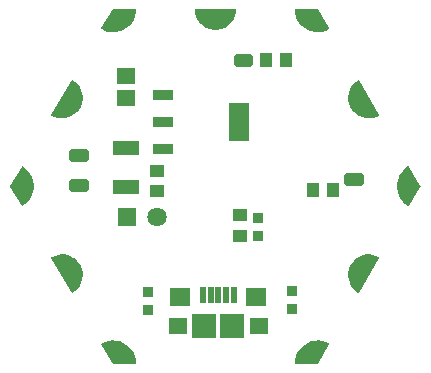
<source format=gbr>
G04 EAGLE Gerber RS-274X export*
G75*
%MOMM*%
%FSLAX34Y34*%
%LPD*%
%INSoldermask Top*%
%IPPOS*%
%AMOC8*
5,1,8,0,0,1.08239X$1,22.5*%
G01*
%ADD10R,0.901600X0.901600*%
%ADD11R,1.101600X1.201600*%
%ADD12R,1.201600X1.101600*%
%ADD13C,0.605878*%
%ADD14C,1.101600*%
%ADD15R,1.601600X1.401600*%
%ADD16R,2.301600X1.201600*%
%ADD17R,1.631600X1.631600*%
%ADD18C,1.631600*%
%ADD19R,1.701800X0.939800*%
%ADD20R,1.701800X3.200400*%
%ADD21R,0.501600X1.451600*%
%ADD22R,1.701600X1.501600*%
%ADD23R,1.551600X1.401600*%
%ADD24R,2.001600X2.001600*%

G36*
X347640Y478768D02*
X347640Y478768D01*
X347688Y478768D01*
X350457Y479230D01*
X350490Y479242D01*
X350537Y479250D01*
X353193Y480162D01*
X353223Y480179D01*
X353268Y480195D01*
X355738Y481531D01*
X355764Y481553D01*
X355807Y481576D01*
X358022Y483301D01*
X358045Y483327D01*
X358083Y483357D01*
X359985Y485422D01*
X360003Y485452D01*
X360035Y485487D01*
X361571Y487838D01*
X361584Y487870D01*
X361610Y487910D01*
X362738Y490482D01*
X362745Y490515D01*
X362765Y490560D01*
X363454Y493281D01*
X363456Y493316D01*
X363468Y493363D01*
X363700Y496161D01*
X363696Y496190D01*
X363701Y496219D01*
X363685Y496288D01*
X363676Y496358D01*
X363662Y496384D01*
X363655Y496412D01*
X363613Y496469D01*
X363578Y496531D01*
X363554Y496549D01*
X363537Y496572D01*
X363476Y496608D01*
X363419Y496651D01*
X363391Y496659D01*
X363366Y496674D01*
X363268Y496690D01*
X363227Y496701D01*
X363216Y496699D01*
X363202Y496701D01*
X329202Y496701D01*
X329173Y496695D01*
X329144Y496698D01*
X329077Y496676D01*
X329007Y496662D01*
X328983Y496645D01*
X328955Y496636D01*
X328902Y496589D01*
X328843Y496549D01*
X328828Y496525D01*
X328806Y496505D01*
X328774Y496441D01*
X328736Y496382D01*
X328731Y496353D01*
X328719Y496327D01*
X328710Y496227D01*
X328703Y496185D01*
X328706Y496175D01*
X328704Y496161D01*
X328936Y493363D01*
X328946Y493329D01*
X328950Y493281D01*
X329639Y490560D01*
X329654Y490528D01*
X329666Y490482D01*
X330794Y487910D01*
X330814Y487882D01*
X330833Y487838D01*
X332369Y485487D01*
X332393Y485463D01*
X332419Y485422D01*
X334321Y483357D01*
X334349Y483336D01*
X334382Y483301D01*
X336597Y481576D01*
X336628Y481561D01*
X336666Y481531D01*
X339136Y480195D01*
X339169Y480185D01*
X339211Y480162D01*
X341867Y479250D01*
X341901Y479246D01*
X341947Y479230D01*
X344716Y478768D01*
X344751Y478769D01*
X344798Y478761D01*
X347606Y478761D01*
X347640Y478768D01*
G37*
G36*
X224809Y256012D02*
X224809Y256012D01*
X224880Y256009D01*
X224907Y256019D01*
X224936Y256021D01*
X225026Y256063D01*
X225066Y256078D01*
X225074Y256086D01*
X225087Y256092D01*
X227390Y257691D01*
X227414Y257717D01*
X227454Y257744D01*
X229463Y259701D01*
X229482Y259730D01*
X229517Y259763D01*
X231176Y262024D01*
X231191Y262055D01*
X231220Y262094D01*
X232484Y264597D01*
X232493Y264631D01*
X232515Y264674D01*
X233351Y267351D01*
X233354Y267385D01*
X233369Y267431D01*
X233752Y270210D01*
X233750Y270244D01*
X233756Y270292D01*
X233677Y273095D01*
X233669Y273129D01*
X233668Y273177D01*
X233129Y275929D01*
X233115Y275961D01*
X233106Y276009D01*
X232121Y278634D01*
X232106Y278659D01*
X232101Y278679D01*
X232093Y278690D01*
X232086Y278709D01*
X230682Y281137D01*
X230659Y281163D01*
X230635Y281205D01*
X228851Y283368D01*
X228824Y283390D01*
X228793Y283427D01*
X226677Y285268D01*
X226647Y285285D01*
X226611Y285317D01*
X224220Y286784D01*
X224188Y286795D01*
X224147Y286821D01*
X221548Y287874D01*
X221514Y287881D01*
X221469Y287899D01*
X218732Y288510D01*
X218697Y288511D01*
X218650Y288522D01*
X215850Y288674D01*
X215816Y288669D01*
X215768Y288672D01*
X212980Y288362D01*
X212947Y288351D01*
X212899Y288346D01*
X210201Y287581D01*
X210171Y287565D01*
X210124Y287552D01*
X207589Y286353D01*
X207565Y286336D01*
X207538Y286326D01*
X207486Y286277D01*
X207429Y286234D01*
X207415Y286209D01*
X207394Y286189D01*
X207365Y286124D01*
X207329Y286063D01*
X207326Y286034D01*
X207314Y286007D01*
X207313Y285936D01*
X207304Y285865D01*
X207312Y285837D01*
X207312Y285808D01*
X207346Y285715D01*
X207358Y285674D01*
X207365Y285665D01*
X207370Y285652D01*
X224370Y256252D01*
X224389Y256230D01*
X224402Y256204D01*
X224455Y256156D01*
X224502Y256103D01*
X224528Y256091D01*
X224550Y256071D01*
X224617Y256048D01*
X224681Y256018D01*
X224710Y256016D01*
X224738Y256007D01*
X224809Y256012D01*
G37*
G36*
X476588Y403735D02*
X476588Y403735D01*
X476636Y403732D01*
X479424Y404042D01*
X479457Y404053D01*
X479505Y404058D01*
X482203Y404823D01*
X482233Y404839D01*
X482280Y404852D01*
X484815Y406051D01*
X484839Y406068D01*
X484866Y406078D01*
X484918Y406127D01*
X484975Y406170D01*
X484989Y406195D01*
X485011Y406215D01*
X485039Y406280D01*
X485075Y406342D01*
X485078Y406370D01*
X485090Y406397D01*
X485091Y406468D01*
X485100Y406539D01*
X485092Y406567D01*
X485092Y406596D01*
X485058Y406689D01*
X485046Y406730D01*
X485039Y406739D01*
X485034Y406752D01*
X468034Y436152D01*
X468015Y436174D01*
X468002Y436200D01*
X467949Y436248D01*
X467902Y436301D01*
X467876Y436313D01*
X467854Y436333D01*
X467787Y436356D01*
X467723Y436386D01*
X467694Y436388D01*
X467666Y436397D01*
X467595Y436392D01*
X467524Y436395D01*
X467497Y436385D01*
X467468Y436383D01*
X467378Y436341D01*
X467338Y436326D01*
X467330Y436318D01*
X467317Y436312D01*
X465014Y434713D01*
X464990Y434688D01*
X464950Y434660D01*
X462941Y432703D01*
X462922Y432674D01*
X462887Y432641D01*
X461228Y430380D01*
X461213Y430349D01*
X461184Y430310D01*
X459920Y427807D01*
X459911Y427773D01*
X459889Y427730D01*
X459053Y425053D01*
X459050Y425019D01*
X459035Y424973D01*
X458652Y422194D01*
X458654Y422160D01*
X458648Y422112D01*
X458727Y419309D01*
X458735Y419275D01*
X458736Y419227D01*
X459275Y416475D01*
X459289Y416443D01*
X459298Y416395D01*
X460283Y413770D01*
X460301Y413740D01*
X460318Y413695D01*
X461722Y411267D01*
X461745Y411241D01*
X461769Y411200D01*
X463553Y409036D01*
X463580Y409014D01*
X463611Y408977D01*
X465727Y407136D01*
X465757Y407119D01*
X465793Y407088D01*
X468184Y405620D01*
X468216Y405609D01*
X468257Y405583D01*
X470856Y404530D01*
X470890Y404523D01*
X470935Y404505D01*
X473672Y403894D01*
X473707Y403893D01*
X473754Y403882D01*
X476554Y403730D01*
X476588Y403735D01*
G37*
G36*
X467628Y256013D02*
X467628Y256013D01*
X467699Y256012D01*
X467726Y256023D01*
X467755Y256027D01*
X467817Y256061D01*
X467882Y256089D01*
X467903Y256110D01*
X467928Y256124D01*
X467991Y256200D01*
X468021Y256231D01*
X468025Y256241D01*
X468034Y256252D01*
X485034Y285652D01*
X485043Y285680D01*
X485060Y285704D01*
X485075Y285773D01*
X485097Y285841D01*
X485095Y285870D01*
X485101Y285898D01*
X485088Y285968D01*
X485082Y286039D01*
X485069Y286065D01*
X485063Y286093D01*
X485023Y286152D01*
X484991Y286215D01*
X484968Y286234D01*
X484952Y286258D01*
X484870Y286315D01*
X484837Y286342D01*
X484827Y286345D01*
X484815Y286353D01*
X482280Y287552D01*
X482246Y287560D01*
X482203Y287581D01*
X479505Y288346D01*
X479470Y288348D01*
X479424Y288362D01*
X476636Y288672D01*
X476602Y288669D01*
X476554Y288674D01*
X473754Y288522D01*
X473720Y288513D01*
X473672Y288510D01*
X470935Y287899D01*
X470903Y287885D01*
X470856Y287874D01*
X468257Y286821D01*
X468228Y286802D01*
X468184Y286784D01*
X465793Y285317D01*
X465768Y285293D01*
X465727Y285268D01*
X463611Y283427D01*
X463590Y283400D01*
X463553Y283368D01*
X461769Y281205D01*
X461753Y281174D01*
X461722Y281137D01*
X460318Y278709D01*
X460307Y278676D01*
X460300Y278663D01*
X460290Y278649D01*
X460290Y278646D01*
X460283Y278634D01*
X459298Y276009D01*
X459292Y275974D01*
X459275Y275929D01*
X458736Y273177D01*
X458736Y273143D01*
X458727Y273095D01*
X458648Y270292D01*
X458654Y270258D01*
X458652Y270210D01*
X459035Y267431D01*
X459047Y267399D01*
X459053Y267351D01*
X459889Y264674D01*
X459906Y264643D01*
X459920Y264597D01*
X461184Y262094D01*
X461206Y262067D01*
X461228Y262024D01*
X462887Y259763D01*
X462913Y259740D01*
X462941Y259701D01*
X464950Y257744D01*
X464979Y257725D01*
X465014Y257691D01*
X467317Y256092D01*
X467344Y256080D01*
X467367Y256062D01*
X467435Y256041D01*
X467500Y256013D01*
X467529Y256013D01*
X467557Y256005D01*
X467628Y256013D01*
G37*
G36*
X218650Y403882D02*
X218650Y403882D01*
X218684Y403891D01*
X218732Y403894D01*
X221469Y404505D01*
X221501Y404519D01*
X221548Y404530D01*
X224147Y405583D01*
X224176Y405602D01*
X224220Y405620D01*
X226611Y407088D01*
X226636Y407111D01*
X226677Y407136D01*
X228793Y408977D01*
X228814Y409004D01*
X228851Y409036D01*
X230635Y411200D01*
X230651Y411230D01*
X230682Y411267D01*
X232086Y413695D01*
X232097Y413728D01*
X232121Y413770D01*
X233106Y416395D01*
X233112Y416430D01*
X233129Y416475D01*
X233668Y419227D01*
X233668Y419262D01*
X233677Y419309D01*
X233756Y422112D01*
X233751Y422146D01*
X233752Y422194D01*
X233369Y424973D01*
X233357Y425005D01*
X233351Y425053D01*
X232515Y427730D01*
X232498Y427761D01*
X232484Y427807D01*
X231220Y430310D01*
X231198Y430337D01*
X231176Y430380D01*
X229517Y432641D01*
X229491Y432664D01*
X229463Y432703D01*
X227454Y434660D01*
X227425Y434679D01*
X227390Y434713D01*
X225087Y436312D01*
X225060Y436324D01*
X225037Y436342D01*
X224969Y436363D01*
X224904Y436391D01*
X224875Y436391D01*
X224847Y436399D01*
X224776Y436391D01*
X224705Y436392D01*
X224678Y436381D01*
X224649Y436377D01*
X224587Y436343D01*
X224522Y436315D01*
X224501Y436294D01*
X224476Y436280D01*
X224413Y436204D01*
X224383Y436173D01*
X224379Y436163D01*
X224370Y436152D01*
X207370Y406752D01*
X207361Y406724D01*
X207344Y406700D01*
X207329Y406631D01*
X207307Y406563D01*
X207309Y406534D01*
X207303Y406506D01*
X207316Y406436D01*
X207322Y406365D01*
X207335Y406339D01*
X207341Y406311D01*
X207381Y406252D01*
X207413Y406189D01*
X207436Y406170D01*
X207452Y406146D01*
X207534Y406089D01*
X207567Y406062D01*
X207577Y406059D01*
X207589Y406051D01*
X210124Y404852D01*
X210158Y404844D01*
X210201Y404823D01*
X212899Y404058D01*
X212934Y404056D01*
X212980Y404042D01*
X215768Y403732D01*
X215802Y403735D01*
X215850Y403730D01*
X218650Y403882D01*
G37*
G36*
X509929Y329213D02*
X509929Y329213D01*
X510000Y329213D01*
X510027Y329224D01*
X510056Y329227D01*
X510118Y329262D01*
X510183Y329290D01*
X510204Y329310D01*
X510229Y329325D01*
X510292Y329402D01*
X510322Y329432D01*
X510326Y329442D01*
X510335Y329453D01*
X519835Y345953D01*
X519845Y345985D01*
X519854Y345998D01*
X519858Y346022D01*
X519859Y346026D01*
X519890Y346096D01*
X519890Y346120D01*
X519898Y346142D01*
X519892Y346218D01*
X519893Y346295D01*
X519883Y346319D01*
X519882Y346340D01*
X519861Y346379D01*
X519835Y346451D01*
X510335Y362951D01*
X510316Y362973D01*
X510303Y362999D01*
X510250Y363047D01*
X510203Y363100D01*
X510177Y363113D01*
X510156Y363132D01*
X510088Y363155D01*
X510024Y363186D01*
X509995Y363188D01*
X509968Y363197D01*
X509896Y363192D01*
X509825Y363195D01*
X509798Y363185D01*
X509769Y363183D01*
X509679Y363141D01*
X509639Y363126D01*
X509631Y363119D01*
X509618Y363113D01*
X507095Y361371D01*
X507071Y361347D01*
X507033Y361320D01*
X504821Y359196D01*
X504802Y359168D01*
X504768Y359136D01*
X502926Y356685D01*
X502912Y356654D01*
X502883Y356617D01*
X501458Y353902D01*
X501449Y353871D01*
X501433Y353846D01*
X501432Y353838D01*
X501427Y353828D01*
X500456Y350920D01*
X500452Y350886D01*
X500437Y350842D01*
X499945Y347815D01*
X499946Y347781D01*
X499938Y347735D01*
X499938Y344669D01*
X499939Y344665D01*
X499939Y344663D01*
X499945Y344636D01*
X499945Y344589D01*
X500437Y341562D01*
X500449Y341531D01*
X500456Y341484D01*
X501427Y338576D01*
X501444Y338547D01*
X501458Y338502D01*
X502883Y335787D01*
X502905Y335761D01*
X502926Y335719D01*
X504768Y333268D01*
X504793Y333245D01*
X504821Y333208D01*
X507033Y331084D01*
X507061Y331066D01*
X507095Y331033D01*
X509618Y329291D01*
X509645Y329280D01*
X509667Y329261D01*
X509736Y329241D01*
X509801Y329213D01*
X509830Y329213D01*
X509858Y329205D01*
X509929Y329213D01*
G37*
G36*
X182508Y329212D02*
X182508Y329212D01*
X182579Y329209D01*
X182606Y329219D01*
X182635Y329221D01*
X182725Y329263D01*
X182765Y329278D01*
X182773Y329285D01*
X182786Y329291D01*
X185309Y331033D01*
X185333Y331057D01*
X185371Y331084D01*
X187583Y333208D01*
X187602Y333236D01*
X187636Y333268D01*
X189478Y335719D01*
X189492Y335750D01*
X189521Y335787D01*
X190946Y338502D01*
X190955Y338535D01*
X190977Y338576D01*
X191948Y341484D01*
X191952Y341518D01*
X191967Y341562D01*
X192459Y344589D01*
X192458Y344623D01*
X192466Y344669D01*
X192466Y347735D01*
X192459Y347768D01*
X192459Y347815D01*
X191967Y350842D01*
X191955Y350873D01*
X191948Y350920D01*
X190977Y353828D01*
X190964Y353851D01*
X190958Y353876D01*
X190951Y353885D01*
X190946Y353902D01*
X189521Y356617D01*
X189499Y356643D01*
X189478Y356685D01*
X187636Y359136D01*
X187611Y359159D01*
X187583Y359196D01*
X185371Y361320D01*
X185343Y361338D01*
X185309Y361371D01*
X182786Y363113D01*
X182759Y363124D01*
X182737Y363143D01*
X182668Y363163D01*
X182603Y363191D01*
X182574Y363191D01*
X182546Y363199D01*
X182475Y363191D01*
X182404Y363192D01*
X182377Y363180D01*
X182348Y363177D01*
X182286Y363142D01*
X182221Y363114D01*
X182200Y363094D01*
X182175Y363079D01*
X182112Y363002D01*
X182082Y362972D01*
X182078Y362962D01*
X182069Y362951D01*
X172569Y346451D01*
X172545Y346378D01*
X172514Y346308D01*
X172514Y346284D01*
X172506Y346262D01*
X172513Y346186D01*
X172512Y346109D01*
X172521Y346085D01*
X172522Y346064D01*
X172543Y346025D01*
X172562Y345973D01*
X172563Y345967D01*
X172565Y345965D01*
X172569Y345953D01*
X182069Y329453D01*
X182088Y329431D01*
X182101Y329405D01*
X182154Y329357D01*
X182201Y329304D01*
X182227Y329291D01*
X182249Y329272D01*
X182316Y329249D01*
X182380Y329218D01*
X182409Y329217D01*
X182436Y329207D01*
X182508Y329212D01*
G37*
G36*
X432878Y195718D02*
X432878Y195718D01*
X432956Y195727D01*
X432975Y195738D01*
X432997Y195742D01*
X433061Y195786D01*
X433129Y195825D01*
X433145Y195844D01*
X433161Y195855D01*
X433185Y195893D01*
X433235Y195953D01*
X442735Y212453D01*
X442744Y212480D01*
X442760Y212504D01*
X442775Y212574D01*
X442798Y212642D01*
X442795Y212670D01*
X442801Y212698D01*
X442788Y212769D01*
X442782Y212840D01*
X442769Y212865D01*
X442763Y212893D01*
X442723Y212953D01*
X442690Y213016D01*
X442668Y213034D01*
X442652Y213058D01*
X442569Y213116D01*
X442537Y213143D01*
X442526Y213146D01*
X442516Y213153D01*
X439750Y214462D01*
X439717Y214470D01*
X439674Y214490D01*
X436734Y215338D01*
X436700Y215341D01*
X436656Y215354D01*
X433618Y215719D01*
X433584Y215716D01*
X433537Y215722D01*
X430480Y215595D01*
X430447Y215587D01*
X430400Y215586D01*
X427403Y214970D01*
X427372Y214957D01*
X427326Y214948D01*
X424466Y213859D01*
X424438Y213841D01*
X424394Y213825D01*
X421746Y212291D01*
X421720Y212269D01*
X421680Y212246D01*
X419312Y210308D01*
X419290Y210281D01*
X419254Y210252D01*
X417227Y207959D01*
X417211Y207930D01*
X417179Y207895D01*
X415547Y205307D01*
X415535Y205275D01*
X415510Y205236D01*
X414314Y202419D01*
X414307Y202386D01*
X414304Y202379D01*
X414300Y202373D01*
X414299Y202367D01*
X414288Y202343D01*
X413560Y199371D01*
X413558Y199337D01*
X413547Y199292D01*
X413304Y196242D01*
X413308Y196213D01*
X413303Y196185D01*
X413320Y196116D01*
X413328Y196044D01*
X413343Y196020D01*
X413349Y195992D01*
X413392Y195934D01*
X413428Y195872D01*
X413450Y195855D01*
X413467Y195832D01*
X413529Y195795D01*
X413586Y195752D01*
X413614Y195745D01*
X413638Y195730D01*
X413738Y195714D01*
X413779Y195703D01*
X413789Y195705D01*
X413802Y195703D01*
X432802Y195703D01*
X432878Y195718D01*
G37*
G36*
X433571Y476687D02*
X433571Y476687D01*
X433618Y476685D01*
X436656Y477050D01*
X436688Y477061D01*
X436734Y477066D01*
X439674Y477914D01*
X439704Y477930D01*
X439750Y477942D01*
X442516Y479251D01*
X442538Y479268D01*
X442565Y479278D01*
X442617Y479327D01*
X442675Y479370D01*
X442689Y479395D01*
X442710Y479414D01*
X442739Y479480D01*
X442775Y479542D01*
X442778Y479570D01*
X442790Y479596D01*
X442791Y479668D01*
X442800Y479739D01*
X442792Y479766D01*
X442793Y479795D01*
X442757Y479890D01*
X442746Y479930D01*
X442739Y479939D01*
X442735Y479951D01*
X433235Y496451D01*
X433183Y496510D01*
X433137Y496572D01*
X433118Y496583D01*
X433103Y496600D01*
X433033Y496634D01*
X432966Y496674D01*
X432942Y496678D01*
X432924Y496686D01*
X432879Y496688D01*
X432802Y496701D01*
X413802Y496701D01*
X413774Y496696D01*
X413746Y496698D01*
X413678Y496676D01*
X413607Y496662D01*
X413584Y496646D01*
X413557Y496637D01*
X413502Y496590D01*
X413443Y496549D01*
X413428Y496525D01*
X413407Y496507D01*
X413375Y496442D01*
X413336Y496382D01*
X413331Y496354D01*
X413319Y496328D01*
X413310Y496227D01*
X413303Y496185D01*
X413305Y496175D01*
X413304Y496162D01*
X413547Y493112D01*
X413556Y493080D01*
X413560Y493033D01*
X414288Y490061D01*
X414303Y490030D01*
X414314Y489985D01*
X415510Y487168D01*
X415529Y487140D01*
X415547Y487097D01*
X417179Y484509D01*
X417203Y484485D01*
X417227Y484445D01*
X419254Y482152D01*
X419281Y482132D01*
X419312Y482096D01*
X421680Y480158D01*
X421710Y480142D01*
X421746Y480113D01*
X424394Y478580D01*
X424426Y478569D01*
X424466Y478545D01*
X427326Y477457D01*
X427359Y477451D01*
X427403Y477434D01*
X430400Y476818D01*
X430434Y476818D01*
X430480Y476809D01*
X433537Y476682D01*
X433571Y476687D01*
G37*
G36*
X278630Y195708D02*
X278630Y195708D01*
X278658Y195706D01*
X278726Y195728D01*
X278797Y195742D01*
X278820Y195758D01*
X278847Y195767D01*
X278902Y195814D01*
X278961Y195855D01*
X278976Y195879D01*
X278998Y195897D01*
X279029Y195962D01*
X279068Y196022D01*
X279073Y196050D01*
X279085Y196076D01*
X279094Y196177D01*
X279101Y196219D01*
X279099Y196229D01*
X279100Y196242D01*
X278857Y199292D01*
X278848Y199324D01*
X278844Y199371D01*
X278116Y202343D01*
X278101Y202374D01*
X278090Y202419D01*
X276894Y205236D01*
X276875Y205264D01*
X276857Y205307D01*
X275225Y207895D01*
X275201Y207919D01*
X275177Y207959D01*
X273150Y210252D01*
X273123Y210272D01*
X273092Y210308D01*
X270725Y212246D01*
X270694Y212262D01*
X270658Y212291D01*
X268010Y213825D01*
X267978Y213835D01*
X267938Y213859D01*
X265078Y214948D01*
X265045Y214953D01*
X265001Y214970D01*
X262004Y215586D01*
X261970Y215586D01*
X261924Y215595D01*
X258867Y215722D01*
X258833Y215717D01*
X258786Y215719D01*
X255748Y215354D01*
X255716Y215343D01*
X255670Y215338D01*
X252730Y214490D01*
X252700Y214474D01*
X252655Y214462D01*
X249889Y213153D01*
X249866Y213136D01*
X249839Y213126D01*
X249787Y213077D01*
X249729Y213034D01*
X249715Y213009D01*
X249694Y212990D01*
X249665Y212924D01*
X249629Y212862D01*
X249626Y212834D01*
X249614Y212808D01*
X249613Y212736D01*
X249604Y212665D01*
X249612Y212638D01*
X249612Y212609D01*
X249647Y212514D01*
X249658Y212474D01*
X249665Y212465D01*
X249669Y212453D01*
X259169Y195953D01*
X259221Y195895D01*
X259267Y195832D01*
X259286Y195821D01*
X259301Y195804D01*
X259371Y195770D01*
X259438Y195730D01*
X259463Y195726D01*
X259480Y195718D01*
X259525Y195716D01*
X259602Y195703D01*
X278602Y195703D01*
X278630Y195708D01*
G37*
G36*
X261924Y476809D02*
X261924Y476809D01*
X261957Y476817D01*
X262004Y476818D01*
X265001Y477434D01*
X265032Y477447D01*
X265078Y477457D01*
X267938Y478545D01*
X267967Y478563D01*
X268010Y478580D01*
X270658Y480113D01*
X270684Y480135D01*
X270725Y480158D01*
X273092Y482096D01*
X273114Y482123D01*
X273150Y482152D01*
X275177Y484445D01*
X275194Y484474D01*
X275225Y484509D01*
X276857Y487097D01*
X276869Y487129D01*
X276894Y487168D01*
X278090Y489985D01*
X278097Y490018D01*
X278116Y490061D01*
X278844Y493033D01*
X278846Y493067D01*
X278857Y493112D01*
X279100Y496162D01*
X279096Y496191D01*
X279101Y496219D01*
X279084Y496288D01*
X279076Y496360D01*
X279062Y496384D01*
X279055Y496412D01*
X279012Y496470D01*
X278977Y496532D01*
X278954Y496549D01*
X278937Y496572D01*
X278875Y496609D01*
X278818Y496652D01*
X278790Y496659D01*
X278766Y496674D01*
X278666Y496690D01*
X278625Y496701D01*
X278615Y496699D01*
X278602Y496701D01*
X259602Y496701D01*
X259526Y496686D01*
X259448Y496677D01*
X259429Y496666D01*
X259407Y496662D01*
X259343Y496618D01*
X259275Y496579D01*
X259259Y496560D01*
X259243Y496549D01*
X259219Y496511D01*
X259169Y496451D01*
X249669Y479951D01*
X249660Y479924D01*
X249644Y479900D01*
X249629Y479830D01*
X249606Y479762D01*
X249609Y479734D01*
X249603Y479706D01*
X249617Y479636D01*
X249622Y479564D01*
X249635Y479539D01*
X249641Y479511D01*
X249681Y479451D01*
X249714Y479388D01*
X249736Y479370D01*
X249752Y479346D01*
X249835Y479288D01*
X249867Y479261D01*
X249878Y479258D01*
X249889Y479251D01*
X252655Y477942D01*
X252688Y477934D01*
X252730Y477914D01*
X255670Y477066D01*
X255704Y477063D01*
X255748Y477050D01*
X258786Y476685D01*
X258820Y476688D01*
X258867Y476682D01*
X261924Y476809D01*
G37*
D10*
X382080Y304557D03*
X382080Y319557D03*
D11*
X428630Y342788D03*
X445630Y342788D03*
D12*
X367082Y304540D03*
X367082Y321540D03*
D11*
X406335Y453510D03*
X389335Y453510D03*
D13*
X235857Y349938D02*
X224899Y349938D01*
X235857Y349938D02*
X235857Y344980D01*
X224899Y344980D01*
X224899Y349938D01*
X224899Y370418D02*
X235857Y370418D01*
X224899Y370418D02*
X224899Y375376D01*
X235857Y375376D01*
X235857Y370418D01*
X364091Y451038D02*
X375049Y451038D01*
X364091Y451038D02*
X364091Y455996D01*
X375049Y455996D01*
X375049Y451038D01*
X457848Y350276D02*
X468806Y350276D01*
X457848Y350276D02*
X457848Y355234D01*
X468806Y355234D01*
X468806Y350276D01*
D14*
X428802Y489302D03*
X511402Y346202D03*
X428802Y203102D03*
X263602Y203102D03*
X181002Y346202D03*
X263602Y489302D03*
X470102Y417702D03*
X470102Y274702D03*
X222302Y274702D03*
X222302Y417702D03*
X346202Y489302D03*
D12*
X297053Y359528D03*
X297053Y342528D03*
D15*
X270764Y420903D03*
X270764Y439903D03*
D16*
X270510Y345831D03*
X270510Y378831D03*
D10*
X410718Y242436D03*
X410718Y257436D03*
X289306Y241547D03*
X289306Y256547D03*
D17*
X271272Y320675D03*
D18*
X296672Y320675D03*
D19*
X302133Y423799D03*
X302133Y400685D03*
X302133Y377571D03*
D20*
X366141Y400685D03*
D21*
X335615Y254588D03*
X342115Y254588D03*
X348615Y254588D03*
X355115Y254588D03*
X361615Y254588D03*
D22*
X316615Y252338D03*
X380615Y252338D03*
D23*
X382865Y227838D03*
X314365Y227838D03*
D24*
X336615Y227838D03*
X360615Y227838D03*
M02*

</source>
